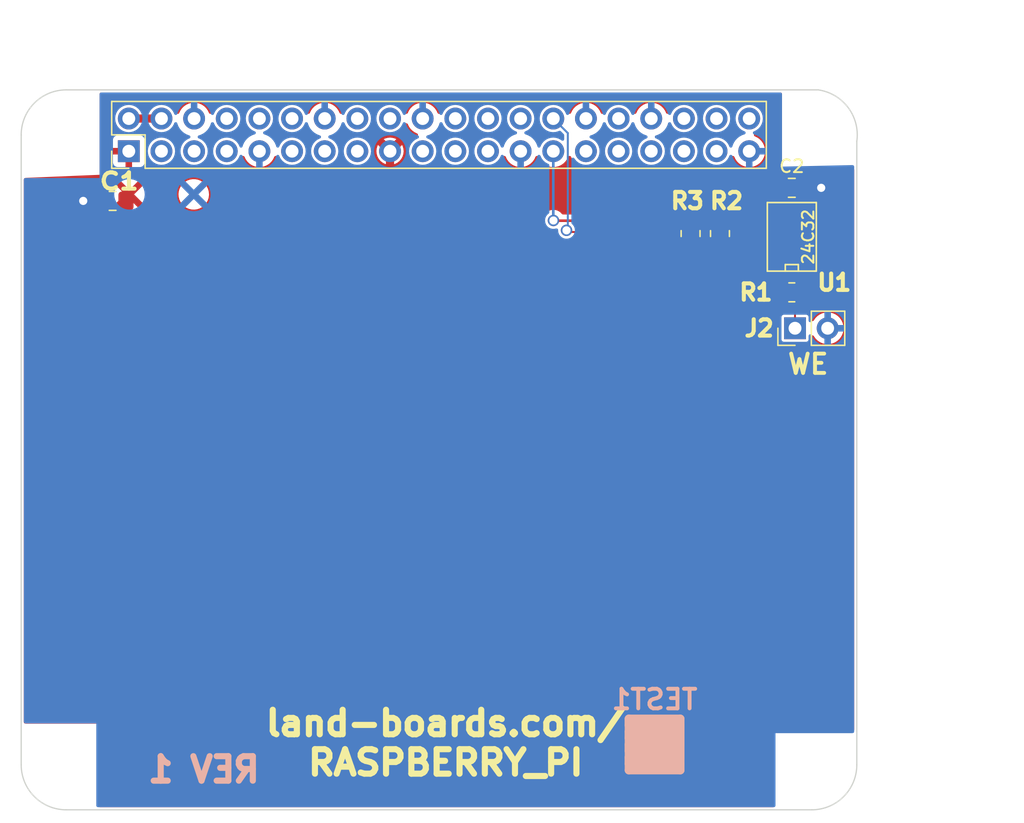
<source format=kicad_pcb>
(kicad_pcb (version 20211014) (generator pcbnew)
  (title_block (title "RPI-") (date "2022-06-09") (rev "1") (company "land-boards.com"))
  (layers (0 "F.Cu" signal) (31 "B.Cu" signal) (36 "B.SilkS" user "B.Silkscreen") (37 "F.SilkS" user "F.Silkscreen") (38 "B.Mask" user) (39 "F.Mask" user) (44 "Edge.Cuts" user))
  (net 0 "")
  (net 1 "GND")
  (net 2 "+3V3")
  (net 3 "/SPISCK")
  (net 4 "/SPIMISO")
  (net 5 "/SPIMOSI")
  (net 6 "/SPICE0")
  (net 7 "/IO_27")
  (net 8 "/IO_22")
  (net 9 "/IO_17")
  (net 10 "+5V")
  (net 11 "/WR")
  (net 12 "/SCL0")
  (net 13 "/SDA0")
  (net 14 "/SDA1")
  (net 15 "/SCL1")
  (net 16 "/IO_4")
  (net 17 "/TXD0")
  (net 18 "/RXD0")
  (net 19 "/IO_18")
  (net 20 "/IO_23")
  (net 21 "/IO_24")
  (net 22 "/IO_25")
  (net 23 "/SPICE1")
  (net 24 "/IO_5")
  (net 25 "/IO_6")
  (net 26 "/IO_12")
  (net 27 "/IO_13")
  (net 28 "/IO_19")
  (net 29 "/IO_16")
  (net 30 "/IO_26")
  (net 31 "/IO_20")
  (net 32 "/IO_21")
  (footprint "Connector_PinHeader_2.54mm:PinHeader_2x20_P2.54mm_Vertical" (layer "F.Cu") (at 126.988 80.97 90)
    (fp_text reference "J1" hide)
    (fp_text value "RASPIOPLUS")
    (fp_line (start 3.87 -1.33) (end 3.87 49.59) (layer "F.SilkS") (width 0.12))
    (fp_line (start -1.33 49.59) (end 3.87 49.59) (layer "F.SilkS") (width 0.12))
    (fp_line (start -1.33 -1.33) (end 0 -1.33) (layer "F.SilkS") (width 0.12))
    (fp_line (start 1.27 1.27) (end 1.27 -1.33) (layer "F.SilkS") (width 0.12))
    (fp_line (start -1.33 1.27) (end 1.27 1.27) (layer "F.SilkS") (width 0.12))
    (fp_line (start 1.27 -1.33) (end 3.87 -1.33) (layer "F.SilkS") (width 0.12))
    (fp_line (start -1.33 1.27) (end -1.33 49.59) (layer "F.SilkS") (width 0.12))
    (fp_line (start -1.33 0) (end -1.33 -1.33) (layer "F.SilkS") (width 0.12))
    (pad "1" thru_hole rect locked (at 0 0 90) (size 1.7 1.7) (drill 1) (layers *.Cu *.Mask) (net 2 "+3V3"))
    (pad "2" thru_hole oval locked (at 2.54 0 90) (size 1.7 1.7) (drill 1) (layers *.Cu *.Mask) (net 10 "+5V"))
    (pad "3" thru_hole oval locked (at 0 2.54 90) (size 1.7 1.7) (drill 1) (layers *.Cu *.Mask) (net 14 "/SDA1"))
    (pad "4" thru_hole oval locked (at 2.54 2.54 90) (size 1.7 1.7) (drill 1) (layers *.Cu *.Mask) (net 10 "+5V"))
    (pad "5" thru_hole oval locked (at 0 5.08 90) (size 1.7 1.7) (drill 1) (layers *.Cu *.Mask) (net 15 "/SCL1"))
    (pad "6" thru_hole oval locked (at 2.54 5.08 90) (size 1.7 1.7) (drill 1) (layers *.Cu *.Mask) (net 1 "GND"))
    (pad "7" thru_hole oval locked (at 0 7.62 90) (size 1.7 1.7) (drill 1) (layers *.Cu *.Mask) (net 16 "/IO_4"))
    (pad "8" thru_hole oval locked (at 2.54 7.62 90) (size 1.7 1.7) (drill 1) (layers *.Cu *.Mask) (net 17 "/TXD0"))
    (pad "9" thru_hole oval locked (at 0 10.16 90) (size 1.7 1.7) (drill 1) (layers *.Cu *.Mask) (net 1 "GND"))
    (pad "10" thru_hole oval locked (at 2.54 10.16 90) (size 1.7 1.7) (drill 1) (layers *.Cu *.Mask) (net 18 "/RXD0"))
    (pad "11" thru_hole oval locked (at 0 12.7 90) (size 1.7 1.7) (drill 1) (layers *.Cu *.Mask) (net 9 "/IO_17"))
    (pad "12" thru_hole oval locked (at 2.54 12.7 90) (size 1.7 1.7) (drill 1) (layers *.Cu *.Mask) (net 19 "/IO_18"))
    (pad "13" thru_hole oval locked (at 0 15.24 90) (size 1.7 1.7) (drill 1) (layers *.Cu *.Mask) (net 7 "/IO_27"))
    (pad "14" thru_hole oval locked (at 2.54 15.24 90) (size 1.7 1.7) (drill 1) (layers *.Cu *.Mask) (net 1 "GND"))
    (pad "15" thru_hole oval locked (at 0 17.78 90) (size 1.7 1.7) (drill 1) (layers *.Cu *.Mask) (net 8 "/IO_22"))
    (pad "16" thru_hole oval locked (at 2.54 17.78 90) (size 1.7 1.7) (drill 1) (layers *.Cu *.Mask) (net 20 "/IO_23"))
    (pad "17" thru_hole oval locked (at 0 20.32 90) (size 1.7 1.7) (drill 1) (layers *.Cu *.Mask) (net 2 "+3V3") (thermal_gap 0.2032))
    (pad "18" thru_hole oval locked (at 2.54 20.32 90) (size 1.7 1.7) (drill 1) (layers *.Cu *.Mask) (net 21 "/IO_24"))
    (pad "19" thru_hole oval locked (at 0 22.86 90) (size 1.7 1.7) (drill 1) (layers *.Cu *.Mask) (net 5 "/SPIMOSI"))
    (pad "20" thru_hole oval locked (at 2.54 22.86 90) (size 1.7 1.7) (drill 1) (layers *.Cu *.Mask) (net 1 "GND"))
    (pad "21" thru_hole oval locked (at 0 25.4 90) (size 1.7 1.7) (drill 1) (layers *.Cu *.Mask) (net 4 "/SPIMISO"))
    (pad "22" thru_hole oval locked (at 2.54 25.4 90) (size 1.7 1.7) (drill 1) (layers *.Cu *.Mask) (net 22 "/IO_25"))
    (pad "23" thru_hole oval locked (at 0 27.94 90) (size 1.7 1.7) (drill 1) (layers *.Cu *.Mask) (net 3 "/SPISCK"))
    (pad "24" thru_hole oval locked (at 2.54 27.94 90) (size 1.7 1.7) (drill 1) (layers *.Cu *.Mask) (net 6 "/SPICE0"))
    (pad "25" thru_hole oval locked (at 0 30.48 90) (size 1.7 1.7) (drill 1) (layers *.Cu *.Mask) (net 1 "GND"))
    (pad "26" thru_hole oval locked (at 2.54 30.48 90) (size 1.7 1.7) (drill 1) (layers *.Cu *.Mask) (net 23 "/SPICE1"))
    (pad "27" thru_hole oval locked (at 0 33.02 90) (size 1.7 1.7) (drill 1) (layers *.Cu *.Mask) (net 13 "/SDA0"))
    (pad "28" thru_hole oval locked (at 2.54 33.02 90) (size 1.7 1.7) (drill 1) (layers *.Cu *.Mask) (net 12 "/SCL0"))
    (pad "29" thru_hole oval locked (at 0 35.56 90) (size 1.7 1.7) (drill 1) (layers *.Cu *.Mask) (net 24 "/IO_5"))
    (pad "30" thru_hole oval locked (at 2.54 35.56 90) (size 1.7 1.7) (drill 1) (layers *.Cu *.Mask) (net 1 "GND"))
    (pad "31" thru_hole oval locked (at 0 38.1 90) (size 1.7 1.7) (drill 1) (layers *.Cu *.Mask) (net 25 "/IO_6"))
    (pad "32" thru_hole oval locked (at 2.54 38.1 90) (size 1.7 1.7) (drill 1) (layers *.Cu *.Mask) (net 26 "/IO_12"))
    (pad "33" thru_hole oval locked (at 0 40.64 90) (size 1.7 1.7) (drill 1) (layers *.Cu *.Mask) (net 27 "/IO_13"))
    (pad "34" thru_hole oval locked (at 2.54 40.64 90) (size 1.7 1.7) (drill 1) (layers *.Cu *.Mask) (net 1 "GND"))
    (pad "35" thru_hole oval locked (at 0 43.18 90) (size 1.7 1.7) (drill 1) (layers *.Cu *.Mask) (net 28 "/IO_19"))
    (pad "36" thru_hole oval locked (at 2.54 43.18 90) (size 1.7 1.7) (drill 1) (layers *.Cu *.Mask) (net 29 "/IO_16"))
    (pad "37" thru_hole oval locked (at 0 45.72 90) (size 1.7 1.7) (drill 1) (layers *.Cu *.Mask) (net 30 "/IO_26"))
    (pad "38" thru_hole oval locked (at 2.54 45.72 90) (size 1.7 1.7) (drill 1) (layers *.Cu *.Mask) (net 31 "/IO_20"))
    (pad "39" thru_hole oval locked (at 0 48.26 90) (size 1.7 1.7) (drill 1) (layers *.Cu *.Mask) (net 1 "GND"))
    (pad "40" thru_hole oval locked (at 2.54 48.26 90) (size 1.7 1.7) (drill 1) (layers *.Cu *.Mask) (net 32 "/IO_21"))
  )
  (footprint "MountingHole:MountingHole_2.7mm_M2.5" (layer "F.Cu") (at 122.118 79.7)
    (fp_text reference "MTG1" hide)
    (fp_text value "MountingHole")
    (pad "" np_thru_hole circle (at 0 0) (size 2.7 2.7) (drill 2.7) (layers *.Cu *.Mask))
  )
  (footprint "MountingHole:MountingHole_2.7mm_M2.5" (layer "F.Cu") (at 180.118 79.7)
    (fp_text reference "MTG2" hide)
    (fp_text value "MountingHole")
    (pad "" np_thru_hole circle (at 0 0) (size 2.7 2.7) (drill 2.7) (layers *.Cu *.Mask))
  )
  (footprint "MountingHole:MountingHole_2.7mm_M2.5" (layer "F.Cu") (at 122.118 128.7)
    (fp_text reference "MTG3" hide)
    (fp_text value "MountingHole")
    (pad "" np_thru_hole circle (at 0 0) (size 2.7 2.7) (drill 2.7) (layers *.Cu *.Mask))
  )
  (footprint "MountingHole:MountingHole_2.7mm_M2.5" (layer "F.Cu") (at 180.118 128.7)
    (fp_text reference "MTG4" hide)
    (fp_text value "MountingHole")
    (pad "" np_thru_hole circle (at 0 0) (size 2.7 2.7) (drill 2.7) (layers *.Cu *.Mask))
  )
  (footprint "Capacitor_SMD:C_0805_2012Metric_Pad1.18x1.45mm_HandSolder" (layer "F.Cu") (at 125.73 84.836)
    (fp_text reference "C1" (at 0.508 -1.524) (layer "F.SilkS") (effects (font (size 1.27 1.524) (thickness 0.3175))))
    (fp_text value "0.1uF")
    (fp_line (start -0.261252 -0.735) (end 0.261252 -0.735) (layer "F.SilkS") (width 0.12))
    (fp_line (start -0.261252 0.735) (end 0.261252 0.735) (layer "F.SilkS") (width 0.12))
    (pad "1" smd roundrect (at -1.0375 0) (size 1.175 1.45) (layers "F.Cu" "F.Paste" "F.Mask") (roundrect_rratio 0.212766) (net 1 "GND"))
    (pad "2" smd roundrect (at 1.0375 0) (size 1.175 1.45) (layers "F.Cu" "F.Paste" "F.Mask") (roundrect_rratio 0.212766) (net 2 "+3V3"))
  )
  (footprint "LandBoards_SMD_Packages:SO8E-wider" (layer "F.Cu") (at 178.562 87.63 90)
    (fp_text reference "U1" (at -3.556 3.302 180) (layer "F.SilkS") (effects (font (size 1.27 1.27) (thickness 0.3175))))
    (fp_text value "24C32" (at 0 1.27 90) (layer "F.SilkS") (effects (font (size 0.889 0.889) (thickness 0.1524))))
    (fp_line (start 2.667 -1.905) (end -2.667 -1.905) (layer "F.SilkS") (width 0.127))
    (fp_line (start -2.667 -0.508) (end -2.159 -0.508) (layer "F.SilkS") (width 0.127))
    (fp_line (start -2.667 1.778) (end -2.667 1.905) (layer "F.SilkS") (width 0.127))
    (fp_line (start 2.667 -1.905) (end 2.667 1.905) (layer "F.SilkS") (width 0.127))
    (fp_line (start -2.159 0.508) (end -2.667 0.508) (layer "F.SilkS") (width 0.127))
    (fp_line (start -2.667 1.905) (end 2.667 1.905) (layer "F.SilkS") (width 0.127))
    (fp_line (start -2.159 -0.508) (end -2.159 0.508) (layer "F.SilkS") (width 0.127))
    (fp_line (start -2.667 -1.905) (end -2.667 1.778) (layer "F.SilkS") (width 0.127))
    (pad "1" smd rect locked (at -1.905 2.794 90) (size 0.59944 1.651) (layers "F.Cu" "F.Paste" "F.Mask") (net 1 "GND"))
    (pad "2" smd rect locked (at -0.635 2.794 90) (size 0.59944 1.651) (layers "F.Cu" "F.Paste" "F.Mask") (net 1 "GND"))
    (pad "3" smd rect locked (at 0.635 2.794 90) (size 0.59944 1.651) (layers "F.Cu" "F.Paste" "F.Mask") (net 1 "GND"))
    (pad "4" smd rect locked (at 1.905 2.794 90) (size 0.59944 1.651) (layers "F.Cu" "F.Paste" "F.Mask") (net 1 "GND"))
    (pad "5" smd rect locked (at 1.905 -2.794 90) (size 0.59944 1.651) (layers "F.Cu" "F.Paste" "F.Mask") (net 13 "/SDA0"))
    (pad "6" smd rect locked (at 0.635 -2.794 90) (size 0.59944 1.651) (layers "F.Cu" "F.Paste" "F.Mask") (net 12 "/SCL0"))
    (pad "7" smd rect locked (at -0.635 -2.794 90) (size 0.59944 1.651) (layers "F.Cu" "F.Paste" "F.Mask") (net 11 "/WR"))
    (pad "8" smd rect locked (at -1.905 -2.794 90) (size 0.59944 1.651) (layers "F.Cu" "F.Paste" "F.Mask") (net 2 "+3V3"))
  )
  (footprint "Capacitor_SMD:C_0805_2012Metric_Pad1.18x1.45mm_HandSolder" (layer "F.Cu") (at 178.562 83.82)
    (fp_text reference "C2" (at 0 -1.68) (layer "F.SilkS"))
    (fp_text value "0.1uF")
    (fp_line (start -0.261252 -0.735) (end 0.261252 -0.735) (layer "F.SilkS") (width 0.12))
    (fp_line (start -0.261252 0.735) (end 0.261252 0.735) (layer "F.SilkS") (width 0.12))
    (pad "1" smd roundrect (at -1.0375 0) (size 1.175 1.45) (layers "F.Cu" "F.Paste" "F.Mask") (roundrect_rratio 0.212766) (net 2 "+3V3"))
    (pad "2" smd roundrect (at 1.0375 0) (size 1.175 1.45) (layers "F.Cu" "F.Paste" "F.Mask") (roundrect_rratio 0.212766) (net 1 "GND"))
  )
  (footprint "Resistor_SMD:R_0805_2012Metric_Pad1.20x1.40mm_HandSolder" (layer "F.Cu") (at 178.562 91.948)
    (fp_text reference "R1" (at -2.794 0) (layer "F.SilkS") (effects (font (size 1.27 1.27) (thickness 0.3175))))
    (fp_text value "1K")
    (fp_line (start -0.227064 0.735) (end 0.227064 0.735) (layer "F.SilkS") (width 0.12))
    (fp_line (start -0.227064 -0.735) (end 0.227064 -0.735) (layer "F.SilkS") (width 0.12))
    (pad "1" smd roundrect (at -1 0) (size 1.2 1.4) (layers "F.Cu" "F.Paste" "F.Mask") (roundrect_rratio 0.208333) (net 2 "+3V3"))
    (pad "2" smd roundrect (at 1 0) (size 1.2 1.4) (layers "F.Cu" "F.Paste" "F.Mask") (roundrect_rratio 0.208333) (net 11 "/WR"))
  )
  (footprint "Resistor_SMD:R_0805_2012Metric_Pad1.20x1.40mm_HandSolder" (layer "F.Cu") (at 172.974 87.376 90)
    (fp_text reference "R2" (at 2.54 0.508 180) (layer "F.SilkS") (effects (font (size 1.27 1.27) (thickness 0.3175))))
    (fp_text value "3.9K")
    (fp_line (start -0.227064 0.735) (end 0.227064 0.735) (layer "F.SilkS") (width 0.12))
    (fp_line (start -0.227064 -0.735) (end 0.227064 -0.735) (layer "F.SilkS") (width 0.12))
    (pad "1" smd roundrect (at -1 0 90) (size 1.2 1.4) (layers "F.Cu" "F.Paste" "F.Mask") (roundrect_rratio 0.208333) (net 2 "+3V3"))
    (pad "2" smd roundrect (at 1 0 90) (size 1.2 1.4) (layers "F.Cu" "F.Paste" "F.Mask") (roundrect_rratio 0.208333) (net 12 "/SCL0"))
  )
  (footprint "Connector_PinHeader_2.54mm:PinHeader_1x02_P2.54mm_Vertical" (layer "F.Cu") (at 178.811 94.742 90)
    (fp_text reference "J2" (at 0 -2.789 180) (layer "F.SilkS") (effects (font (size 1.27 1.27) (thickness 0.3175))))
    (fp_text value "CONN_2")
    (fp_line (start -1.33 3.87) (end 1.33 3.87) (layer "F.SilkS") (width 0.12))
    (fp_line (start -1.33 -1.33) (end 0 -1.33) (layer "F.SilkS") (width 0.12))
    (fp_line (start -1.33 1.27) (end 1.33 1.27) (layer "F.SilkS") (width 0.12))
    (fp_line (start 1.33 1.27) (end 1.33 3.87) (layer "F.SilkS") (width 0.12))
    (fp_line (start -1.33 1.27) (end -1.33 3.87) (layer "F.SilkS") (width 0.12))
    (fp_line (start -1.33 0) (end -1.33 -1.33) (layer "F.SilkS") (width 0.12))
    (pad "1" thru_hole rect (at 0 0 90) (size 1.7 1.7) (drill 1) (layers *.Cu *.Mask) (net 11 "/WR"))
    (pad "2" thru_hole oval (at 0 2.54 90) (size 1.7 1.7) (drill 1) (layers *.Cu *.Mask) (net 1 "GND"))
  )
  (footprint "Fiducial:Fiducial_0.75mm_Mask2.25mm" (layer "F.Cu") (at 121.618 85.2)
    (fp_text reference "FID1" hide)
    (fp_text value "Fiducial")
    (pad "" smd circle (at 0 0) (size 0.75 0.75) (layers "F.Cu" "F.Mask") (clearance 0.75))
  )
  (footprint "Resistor_SMD:R_0805_2012Metric_Pad1.20x1.40mm_HandSolder" (layer "F.Cu") (at 170.688 87.376 90)
    (fp_text reference "R3" (at 2.54 -0.254 180) (layer "F.SilkS") (effects (font (size 1.27 1.27) (thickness 0.3175))))
    (fp_text value "3.9K")
    (fp_line (start -0.227064 -0.735) (end 0.227064 -0.735) (layer "F.SilkS") (width 0.12))
    (fp_line (start -0.227064 0.735) (end 0.227064 0.735) (layer "F.SilkS") (width 0.12))
    (pad "1" smd roundrect (at -1 0 90) (size 1.2 1.4) (layers "F.Cu" "F.Paste" "F.Mask") (roundrect_rratio 0.208333) (net 2 "+3V3"))
    (pad "2" smd roundrect (at 1 0 90) (size 1.2 1.4) (layers "F.Cu" "F.Paste" "F.Mask") (roundrect_rratio 0.208333) (net 13 "/SDA0"))
  )
  (footprint "Fiducial:Fiducial_0.75mm_Mask2.25mm" (layer "F.Cu") (at 180.618 123.2)
    (fp_text reference "FID2" hide)
    (fp_text value "Fiducial")
    (pad "" smd circle (at 0 0) (size 0.75 0.75) (layers "F.Cu" "F.Mask") (clearance 0.75))
  )
  (footprint "LandBoards_Marking:TEST_BLK-REAR" (layer "F.Cu") (at 167.888 127.12)
    (fp_text reference "TEST1" (at 0 -3.5) (layer "B.SilkS") (effects (font (size 1.524 1.524) (thickness 0.3048)) (justify mirror)))
    (fp_text value "COUPON" hide)
    (fp_line (start 2 0.5) (end 2 1) (layer "B.SilkS") (width 0.65))
    (fp_line (start 2 -1.5) (end 2 -1) (layer "B.SilkS") (width 0.65))
    (fp_line (start -2 1) (end -2 1.5) (layer "B.SilkS") (width 0.65))
    (fp_line (start -2 -2) (end -2 -1.5) (layer "B.SilkS") (width 0.65))
    (fp_line (start 2 -1) (end -2 -1) (layer "B.SilkS") (width 0.65))
    (fp_line (start 2 2) (end -2 2) (layer "B.SilkS") (width 0.65))
    (fp_line (start -2 2) (end -2 -2) (layer "B.SilkS") (width 0.65))
    (fp_line (start -2 -2) (end 2 -2) (layer "B.SilkS") (width 0.65))
    (fp_line (start 2 -2) (end 2 2) (layer "B.SilkS") (width 0.65))
    (fp_line (start -2 -1.5) (end 2 -1.5) (layer "B.SilkS") (width 0.65))
    (fp_line (start 1.5 0.5) (end 2 0.5) (layer "B.SilkS") (width 0.65))
    (fp_line (start -2 -0.5) (end 2 -0.5) (layer "B.SilkS") (width 0.65))
    (fp_line (start -2 0) (end -2 0.5) (layer "B.SilkS") (width 0.65))
    (fp_line (start 2 0) (end -2 0) (layer "B.SilkS") (width 0.65))
    (fp_line (start -2 -1) (end -2 -0.5) (layer "B.SilkS") (width 0.65))
    (fp_line (start 2 -0.5) (end 2 0) (layer "B.SilkS") (width 0.65))
    (fp_line (start 2 1) (end -2 1) (layer "B.SilkS") (width 0.65))
    (fp_line (start -2 1.5) (end 2 1.5) (layer "B.SilkS") (width 0.65))
    (fp_line (start -2 0.5) (end 1.5 0.5) (layer "B.SilkS") (width 0.65))
  )
  (gr_line (start 122.118 76.2) (end 180.618 76.2) (layer "Edge.Cuts") (width 0.1))
  (gr_arc (start 118.618 79.7) (mid 119.643126 77.225126) (end 122.118 76.2) (layer "Edge.Cuts") (width 0.1))
  (gr_line (start 118.618 128.7) (end 118.618 79.7) (layer "Edge.Cuts") (width 0.1))
  (gr_arc (start 122.118 132.2) (mid 119.643126 131.174874) (end 118.618 128.7) (layer "Edge.Cuts") (width 0.1))
  (gr_line (start 183.618 80.2) (end 183.618 128.7) (layer "Edge.Cuts") (width 0.1))
  (gr_arc (start 180.618 76.2) (mid 182.946427 77.57868) (end 183.618 80.2) (layer "Edge.Cuts") (width 0.1))
  (gr_line (start 180.118 132.2) (end 122.118 132.2) (layer "Edge.Cuts") (width 0.1))
  (gr_arc (start 183.618 128.7) (mid 182.592874 131.174874) (end 180.118 132.2) (layer "Edge.Cuts") (width 0.1))
  (gr_text "REV 1" (at 132.82676 129.07772) (layer "B.SilkS") (effects (font (size 1.905 1.905) (thickness 0.47625)) (justify mirror)))
  (gr_text "land-boards.com/\nRASPBERRY_PI" (at 151.638 127) (layer "F.SilkS") (effects (font (size 1.905 1.9685) (thickness 0.47625))))
  (gr_text "WE" (at 179.832 97.536) (layer "F.SilkS") (effects (font (size 1.5 1.5) (thickness 0.3))))
  (segment (start 124.6925 84.836) (end 123.444 84.836) (width 0.2032) (layer "F.Cu") (net 1))
  (segment (start 179.5995 83.82) (end 180.848 83.82) (width 0.1524) (layer "F.Cu") (net 1))
  (segment (start 181.356 89.535) (end 181.356 88.265) (width 0.1524) (layer "F.Cu") (net 1))
  (segment (start 181.356 86.995) (end 181.356 85.725) (width 0.1524) (layer "F.Cu") (net 1))
  (segment (start 181.356 88.265) (end 181.356 86.995) (width 0.1524) (layer "F.Cu") (net 1))
  (segment (start 181.356 85.725) (end 181.356 84.328) (width 0.1524) (layer "F.Cu") (net 1))
  (segment (start 181.356 84.328) (end 180.848 83.82) (width 0.1524) (layer "F.Cu") (net 1))
  (via (at 123.444 84.836) (size 0.889) (drill 0.635) (layers "F.Cu" "B.Cu") (net 1))
  (via (at 180.848 83.82) (size 0.889) (drill 0.635) (layers "F.Cu" "B.Cu") (net 1))
  (segment (start 147.308 80.97) (end 148.336 79.942) (width 0.635) (layer "F.Cu") (net 2))
  (segment (start 147.308 80.97) (end 147.308 83.046) (width 0.635) (layer "F.Cu") (net 2))
  (segment (start 147.308 80.97) (end 146.304 79.966) (width 0.635) (layer "F.Cu") (net 2))
  (segment (start 126.988 78.43) (end 129.528 78.43) (width 0.635) (layer "F.Cu") (net 10))
  (segment (start 178.811 94.234) (end 178.811 92.699) (width 0.1524) (layer "F.Cu") (net 11))
  (segment (start 179.562 91.948) (end 179.562 91.53322) (width 0.1524) (layer "F.Cu") (net 11))
  (segment (start 178.562 88.646) (end 178.181 88.265) (width 0.1524) (layer "F.Cu") (net 11))
  (segment (start 178.181 88.265) (end 175.768 88.265) (width 0.1524) (layer "F.Cu") (net 11))
  (segment (start 178.562 90.53322) (end 178.562 88.646) (width 0.1524) (layer "F.Cu") (net 11))
  (segment (start 179.562 91.53322) (end 178.562 90.53322) (width 0.1524) (layer "F.Cu") (net 11))
  (segment (start 178.811 92.699) (end 179.562 91.948) (width 0.1524) (layer "F.Cu") (net 11))
  (segment (start 172.09508 87.25492) (end 172.974 86.376) (width 0.1524) (layer "F.Cu") (net 12))
  (segment (start 173.593 86.995) (end 172.974 86.376) (width 0.2032) (layer "F.Cu") (net 12))
  (segment (start 161.16612 87.25492) (end 172.09508 87.25492) (width 0.1524) (layer "F.Cu") (net 12))
  (segment (start 161.036 87.1248) (end 161.16612 87.25492) (width 0.1524) (layer "F.Cu") (net 12))
  (segment (start 175.768 86.995) (end 173.593 86.995) (width 0.2032) (layer "F.Cu") (net 12))
  (via (at 161.036 87.1248) (size 0.889) (drill 0.635) (layers "F.Cu" "B.Cu") (net 12))
  (segment (start 160.008 78.43) (end 161.136911 79.558911) (width 0.1524) (layer "B.Cu") (net 12))
  (segment (start 161.136911 79.558911) (end 161.136911 87.023889) (width 0.1524) (layer "B.Cu") (net 12))
  (segment (start 161.136911 87.023889) (end 161.036 87.1248) (width 0.1524) (layer "B.Cu") (net 12))
  (segment (start 171.59232 85.47168) (end 170.688 86.376) (width 0.2032) (layer "F.Cu") (net 13))
  (segment (start 175.51468 85.47168) (end 171.59232 85.47168) (width 0.2032) (layer "F.Cu") (net 13))
  (segment (start 170.688 86.376) (end 160.036 86.376) (width 0.2032) (layer "F.Cu") (net 13))
  (segment (start 175.768 85.725) (end 175.51468 85.47168) (width 0.2032) (layer "F.Cu") (net 13))
  (segment (start 160.036 86.376) (end 160.02 86.36) (width 0.2032) (layer "F.Cu") (net 13))
  (via (at 160.02 86.36) (size 0.889) (drill 0.635) (layers "F.Cu" "B.Cu") (net 13))
  (segment (start 160.02 86.36) (end 160.008 86.348) (width 0.2032) (layer "B.Cu") (net 13))
  (segment (start 160.008 86.348) (end 160.008 80.97) (width 0.2032) (layer "B.Cu") (net 13))
  (zone (net 2) (net_name "+3V3") (layer "F.Cu") (connect_pads (clearance 0.2032)) (min_thickness 0.254) (fill yes (thermal_gap 0.508) (thermal_bridge_width 0.508))
    (polygon (pts (xy 124.714 82.804) (xy 124.714 76.2) (xy 177.8 76.2) (xy 177.8 82.296) (xy 183.642 82.296) (xy 183.642 90.17) (xy 183.518 126.1) (xy 177.218 126) (xy 177.218 132.1) (xy 124.618 132.08) (xy 124.518 125.5) (xy 118.518 125.5) (xy 118.618 83.058)))
  )
  (zone (net 1) (net_name "GND") (layer "B.Cu") (connect_pads (clearance 0.2032)) (min_thickness 0.254) (fill yes (thermal_gap 0.508) (thermal_bridge_width 0.508))
    (polygon (pts (xy 124.46 125.476) (xy 124.46 132.08) (xy 177.292 132.08) (xy 177.292 126.238) (xy 183.642 126.238) (xy 183.642 82.042) (xy 177.8 82.169) (xy 177.8 76.327) (xy 124.714 76.2) (xy 124.714 83.058) (xy 118.618 83.058) (xy 118.618 125.476)))
  )
)
</source>
